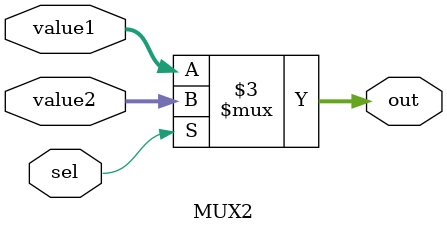
<source format=v>
`timescale 1ns / 1ps


module MUX2 #(parameter Data_Width  = 32)(
    input [Data_Width - 1:0] value1, value2,
    input sel,
    output reg [Data_Width-1:0] out
    );
    
    always @(value1, value2, sel)
        begin 
            if(sel)
                out <= value2;
            else
                out <= value1;
        end
endmodule

</source>
